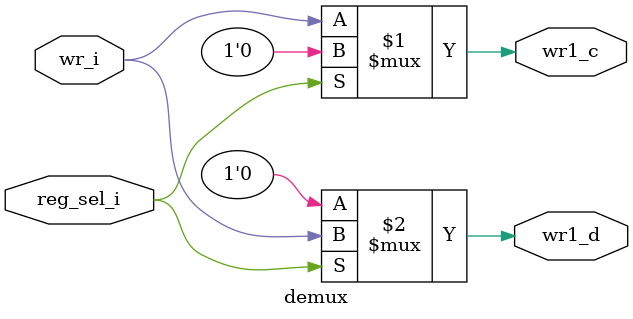
<source format=sv>
module demux (
    input logic reg_sel_i,
    input logic wr_i,
    output logic wr1_c, //control
    output logic wr1_d  //datos
);

    assign wr1_c = (reg_sel_i) ? 1'b0 : wr_i;
    assign wr1_d = (reg_sel_i) ? wr_i : 1'b0;

endmodule

</source>
